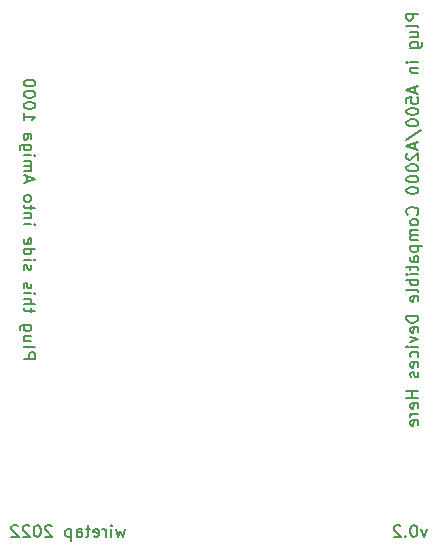
<source format=gbr>
%TF.GenerationSoftware,KiCad,Pcbnew,(5.1.6)-1*%
%TF.CreationDate,2022-02-09T07:41:59-05:00*%
%TF.ProjectId,A1000_Parallel,41313030-305f-4506-9172-616c6c656c2e,rev?*%
%TF.SameCoordinates,Original*%
%TF.FileFunction,Legend,Bot*%
%TF.FilePolarity,Positive*%
%FSLAX46Y46*%
G04 Gerber Fmt 4.6, Leading zero omitted, Abs format (unit mm)*
G04 Created by KiCad (PCBNEW (5.1.6)-1) date 2022-02-09 07:41:59*
%MOMM*%
%LPD*%
G01*
G04 APERTURE LIST*
%ADD10C,0.150000*%
G04 APERTURE END LIST*
D10*
X141636571Y-122213714D02*
X141398476Y-122880380D01*
X141160380Y-122213714D01*
X140588952Y-121880380D02*
X140493714Y-121880380D01*
X140398476Y-121928000D01*
X140350857Y-121975619D01*
X140303238Y-122070857D01*
X140255619Y-122261333D01*
X140255619Y-122499428D01*
X140303238Y-122689904D01*
X140350857Y-122785142D01*
X140398476Y-122832761D01*
X140493714Y-122880380D01*
X140588952Y-122880380D01*
X140684190Y-122832761D01*
X140731809Y-122785142D01*
X140779428Y-122689904D01*
X140827047Y-122499428D01*
X140827047Y-122261333D01*
X140779428Y-122070857D01*
X140731809Y-121975619D01*
X140684190Y-121928000D01*
X140588952Y-121880380D01*
X139827047Y-122785142D02*
X139779428Y-122832761D01*
X139827047Y-122880380D01*
X139874666Y-122832761D01*
X139827047Y-122785142D01*
X139827047Y-122880380D01*
X139398476Y-121975619D02*
X139350857Y-121928000D01*
X139255619Y-121880380D01*
X139017523Y-121880380D01*
X138922285Y-121928000D01*
X138874666Y-121975619D01*
X138827047Y-122070857D01*
X138827047Y-122166095D01*
X138874666Y-122308952D01*
X139446095Y-122880380D01*
X138827047Y-122880380D01*
X116085333Y-122213714D02*
X115894857Y-122880380D01*
X115704380Y-122404190D01*
X115513904Y-122880380D01*
X115323428Y-122213714D01*
X114942476Y-122880380D02*
X114942476Y-122213714D01*
X114942476Y-121880380D02*
X114990095Y-121928000D01*
X114942476Y-121975619D01*
X114894857Y-121928000D01*
X114942476Y-121880380D01*
X114942476Y-121975619D01*
X114466285Y-122880380D02*
X114466285Y-122213714D01*
X114466285Y-122404190D02*
X114418666Y-122308952D01*
X114371047Y-122261333D01*
X114275809Y-122213714D01*
X114180571Y-122213714D01*
X113466285Y-122832761D02*
X113561523Y-122880380D01*
X113752000Y-122880380D01*
X113847238Y-122832761D01*
X113894857Y-122737523D01*
X113894857Y-122356571D01*
X113847238Y-122261333D01*
X113752000Y-122213714D01*
X113561523Y-122213714D01*
X113466285Y-122261333D01*
X113418666Y-122356571D01*
X113418666Y-122451809D01*
X113894857Y-122547047D01*
X113132952Y-122213714D02*
X112752000Y-122213714D01*
X112990095Y-121880380D02*
X112990095Y-122737523D01*
X112942476Y-122832761D01*
X112847238Y-122880380D01*
X112752000Y-122880380D01*
X111990095Y-122880380D02*
X111990095Y-122356571D01*
X112037714Y-122261333D01*
X112132952Y-122213714D01*
X112323428Y-122213714D01*
X112418666Y-122261333D01*
X111990095Y-122832761D02*
X112085333Y-122880380D01*
X112323428Y-122880380D01*
X112418666Y-122832761D01*
X112466285Y-122737523D01*
X112466285Y-122642285D01*
X112418666Y-122547047D01*
X112323428Y-122499428D01*
X112085333Y-122499428D01*
X111990095Y-122451809D01*
X111513904Y-122213714D02*
X111513904Y-123213714D01*
X111513904Y-122261333D02*
X111418666Y-122213714D01*
X111228190Y-122213714D01*
X111132952Y-122261333D01*
X111085333Y-122308952D01*
X111037714Y-122404190D01*
X111037714Y-122689904D01*
X111085333Y-122785142D01*
X111132952Y-122832761D01*
X111228190Y-122880380D01*
X111418666Y-122880380D01*
X111513904Y-122832761D01*
X109894857Y-121975619D02*
X109847238Y-121928000D01*
X109752000Y-121880380D01*
X109513904Y-121880380D01*
X109418666Y-121928000D01*
X109371047Y-121975619D01*
X109323428Y-122070857D01*
X109323428Y-122166095D01*
X109371047Y-122308952D01*
X109942476Y-122880380D01*
X109323428Y-122880380D01*
X108704380Y-121880380D02*
X108609142Y-121880380D01*
X108513904Y-121928000D01*
X108466285Y-121975619D01*
X108418666Y-122070857D01*
X108371047Y-122261333D01*
X108371047Y-122499428D01*
X108418666Y-122689904D01*
X108466285Y-122785142D01*
X108513904Y-122832761D01*
X108609142Y-122880380D01*
X108704380Y-122880380D01*
X108799619Y-122832761D01*
X108847238Y-122785142D01*
X108894857Y-122689904D01*
X108942476Y-122499428D01*
X108942476Y-122261333D01*
X108894857Y-122070857D01*
X108847238Y-121975619D01*
X108799619Y-121928000D01*
X108704380Y-121880380D01*
X107990095Y-121975619D02*
X107942476Y-121928000D01*
X107847238Y-121880380D01*
X107609142Y-121880380D01*
X107513904Y-121928000D01*
X107466285Y-121975619D01*
X107418666Y-122070857D01*
X107418666Y-122166095D01*
X107466285Y-122308952D01*
X108037714Y-122880380D01*
X107418666Y-122880380D01*
X107037714Y-121975619D02*
X106990095Y-121928000D01*
X106894857Y-121880380D01*
X106656761Y-121880380D01*
X106561523Y-121928000D01*
X106513904Y-121975619D01*
X106466285Y-122070857D01*
X106466285Y-122166095D01*
X106513904Y-122308952D01*
X107085333Y-122880380D01*
X106466285Y-122880380D01*
X140914380Y-78583428D02*
X139914380Y-78583428D01*
X139914380Y-78964380D01*
X139962000Y-79059619D01*
X140009619Y-79107238D01*
X140104857Y-79154857D01*
X140247714Y-79154857D01*
X140342952Y-79107238D01*
X140390571Y-79059619D01*
X140438190Y-78964380D01*
X140438190Y-78583428D01*
X140914380Y-79726285D02*
X140866761Y-79631047D01*
X140771523Y-79583428D01*
X139914380Y-79583428D01*
X140247714Y-80535809D02*
X140914380Y-80535809D01*
X140247714Y-80107238D02*
X140771523Y-80107238D01*
X140866761Y-80154857D01*
X140914380Y-80250095D01*
X140914380Y-80392952D01*
X140866761Y-80488190D01*
X140819142Y-80535809D01*
X140247714Y-81440571D02*
X141057238Y-81440571D01*
X141152476Y-81392952D01*
X141200095Y-81345333D01*
X141247714Y-81250095D01*
X141247714Y-81107238D01*
X141200095Y-81012000D01*
X140866761Y-81440571D02*
X140914380Y-81345333D01*
X140914380Y-81154857D01*
X140866761Y-81059619D01*
X140819142Y-81012000D01*
X140723904Y-80964380D01*
X140438190Y-80964380D01*
X140342952Y-81012000D01*
X140295333Y-81059619D01*
X140247714Y-81154857D01*
X140247714Y-81345333D01*
X140295333Y-81440571D01*
X140914380Y-82678666D02*
X140247714Y-82678666D01*
X139914380Y-82678666D02*
X139962000Y-82631047D01*
X140009619Y-82678666D01*
X139962000Y-82726285D01*
X139914380Y-82678666D01*
X140009619Y-82678666D01*
X140247714Y-83154857D02*
X140914380Y-83154857D01*
X140342952Y-83154857D02*
X140295333Y-83202476D01*
X140247714Y-83297714D01*
X140247714Y-83440571D01*
X140295333Y-83535809D01*
X140390571Y-83583428D01*
X140914380Y-83583428D01*
X140628666Y-84773904D02*
X140628666Y-85250095D01*
X140914380Y-84678666D02*
X139914380Y-85012000D01*
X140914380Y-85345333D01*
X139914380Y-86154857D02*
X139914380Y-85678666D01*
X140390571Y-85631047D01*
X140342952Y-85678666D01*
X140295333Y-85773904D01*
X140295333Y-86012000D01*
X140342952Y-86107238D01*
X140390571Y-86154857D01*
X140485809Y-86202476D01*
X140723904Y-86202476D01*
X140819142Y-86154857D01*
X140866761Y-86107238D01*
X140914380Y-86012000D01*
X140914380Y-85773904D01*
X140866761Y-85678666D01*
X140819142Y-85631047D01*
X139914380Y-86821523D02*
X139914380Y-86916761D01*
X139962000Y-87012000D01*
X140009619Y-87059619D01*
X140104857Y-87107238D01*
X140295333Y-87154857D01*
X140533428Y-87154857D01*
X140723904Y-87107238D01*
X140819142Y-87059619D01*
X140866761Y-87012000D01*
X140914380Y-86916761D01*
X140914380Y-86821523D01*
X140866761Y-86726285D01*
X140819142Y-86678666D01*
X140723904Y-86631047D01*
X140533428Y-86583428D01*
X140295333Y-86583428D01*
X140104857Y-86631047D01*
X140009619Y-86678666D01*
X139962000Y-86726285D01*
X139914380Y-86821523D01*
X139914380Y-87773904D02*
X139914380Y-87869142D01*
X139962000Y-87964380D01*
X140009619Y-88012000D01*
X140104857Y-88059619D01*
X140295333Y-88107238D01*
X140533428Y-88107238D01*
X140723904Y-88059619D01*
X140819142Y-88012000D01*
X140866761Y-87964380D01*
X140914380Y-87869142D01*
X140914380Y-87773904D01*
X140866761Y-87678666D01*
X140819142Y-87631047D01*
X140723904Y-87583428D01*
X140533428Y-87535809D01*
X140295333Y-87535809D01*
X140104857Y-87583428D01*
X140009619Y-87631047D01*
X139962000Y-87678666D01*
X139914380Y-87773904D01*
X139866761Y-89250095D02*
X141152476Y-88392952D01*
X140628666Y-89535809D02*
X140628666Y-90012000D01*
X140914380Y-89440571D02*
X139914380Y-89773904D01*
X140914380Y-90107238D01*
X140009619Y-90392952D02*
X139962000Y-90440571D01*
X139914380Y-90535809D01*
X139914380Y-90773904D01*
X139962000Y-90869142D01*
X140009619Y-90916761D01*
X140104857Y-90964380D01*
X140200095Y-90964380D01*
X140342952Y-90916761D01*
X140914380Y-90345333D01*
X140914380Y-90964380D01*
X139914380Y-91583428D02*
X139914380Y-91678666D01*
X139962000Y-91773904D01*
X140009619Y-91821523D01*
X140104857Y-91869142D01*
X140295333Y-91916761D01*
X140533428Y-91916761D01*
X140723904Y-91869142D01*
X140819142Y-91821523D01*
X140866761Y-91773904D01*
X140914380Y-91678666D01*
X140914380Y-91583428D01*
X140866761Y-91488190D01*
X140819142Y-91440571D01*
X140723904Y-91392952D01*
X140533428Y-91345333D01*
X140295333Y-91345333D01*
X140104857Y-91392952D01*
X140009619Y-91440571D01*
X139962000Y-91488190D01*
X139914380Y-91583428D01*
X139914380Y-92535809D02*
X139914380Y-92631047D01*
X139962000Y-92726285D01*
X140009619Y-92773904D01*
X140104857Y-92821523D01*
X140295333Y-92869142D01*
X140533428Y-92869142D01*
X140723904Y-92821523D01*
X140819142Y-92773904D01*
X140866761Y-92726285D01*
X140914380Y-92631047D01*
X140914380Y-92535809D01*
X140866761Y-92440571D01*
X140819142Y-92392952D01*
X140723904Y-92345333D01*
X140533428Y-92297714D01*
X140295333Y-92297714D01*
X140104857Y-92345333D01*
X140009619Y-92392952D01*
X139962000Y-92440571D01*
X139914380Y-92535809D01*
X139914380Y-93488190D02*
X139914380Y-93583428D01*
X139962000Y-93678666D01*
X140009619Y-93726285D01*
X140104857Y-93773904D01*
X140295333Y-93821523D01*
X140533428Y-93821523D01*
X140723904Y-93773904D01*
X140819142Y-93726285D01*
X140866761Y-93678666D01*
X140914380Y-93583428D01*
X140914380Y-93488190D01*
X140866761Y-93392952D01*
X140819142Y-93345333D01*
X140723904Y-93297714D01*
X140533428Y-93250095D01*
X140295333Y-93250095D01*
X140104857Y-93297714D01*
X140009619Y-93345333D01*
X139962000Y-93392952D01*
X139914380Y-93488190D01*
X140819142Y-95583428D02*
X140866761Y-95535809D01*
X140914380Y-95392952D01*
X140914380Y-95297714D01*
X140866761Y-95154857D01*
X140771523Y-95059619D01*
X140676285Y-95012000D01*
X140485809Y-94964380D01*
X140342952Y-94964380D01*
X140152476Y-95012000D01*
X140057238Y-95059619D01*
X139962000Y-95154857D01*
X139914380Y-95297714D01*
X139914380Y-95392952D01*
X139962000Y-95535809D01*
X140009619Y-95583428D01*
X140914380Y-96154857D02*
X140866761Y-96059619D01*
X140819142Y-96012000D01*
X140723904Y-95964380D01*
X140438190Y-95964380D01*
X140342952Y-96012000D01*
X140295333Y-96059619D01*
X140247714Y-96154857D01*
X140247714Y-96297714D01*
X140295333Y-96392952D01*
X140342952Y-96440571D01*
X140438190Y-96488190D01*
X140723904Y-96488190D01*
X140819142Y-96440571D01*
X140866761Y-96392952D01*
X140914380Y-96297714D01*
X140914380Y-96154857D01*
X140914380Y-96916761D02*
X140247714Y-96916761D01*
X140342952Y-96916761D02*
X140295333Y-96964380D01*
X140247714Y-97059619D01*
X140247714Y-97202476D01*
X140295333Y-97297714D01*
X140390571Y-97345333D01*
X140914380Y-97345333D01*
X140390571Y-97345333D02*
X140295333Y-97392952D01*
X140247714Y-97488190D01*
X140247714Y-97631047D01*
X140295333Y-97726285D01*
X140390571Y-97773904D01*
X140914380Y-97773904D01*
X140247714Y-98250095D02*
X141247714Y-98250095D01*
X140295333Y-98250095D02*
X140247714Y-98345333D01*
X140247714Y-98535809D01*
X140295333Y-98631047D01*
X140342952Y-98678666D01*
X140438190Y-98726285D01*
X140723904Y-98726285D01*
X140819142Y-98678666D01*
X140866761Y-98631047D01*
X140914380Y-98535809D01*
X140914380Y-98345333D01*
X140866761Y-98250095D01*
X140914380Y-99583428D02*
X140390571Y-99583428D01*
X140295333Y-99535809D01*
X140247714Y-99440571D01*
X140247714Y-99250095D01*
X140295333Y-99154857D01*
X140866761Y-99583428D02*
X140914380Y-99488190D01*
X140914380Y-99250095D01*
X140866761Y-99154857D01*
X140771523Y-99107238D01*
X140676285Y-99107238D01*
X140581047Y-99154857D01*
X140533428Y-99250095D01*
X140533428Y-99488190D01*
X140485809Y-99583428D01*
X140247714Y-99916761D02*
X140247714Y-100297714D01*
X139914380Y-100059619D02*
X140771523Y-100059619D01*
X140866761Y-100107238D01*
X140914380Y-100202476D01*
X140914380Y-100297714D01*
X140914380Y-100631047D02*
X140247714Y-100631047D01*
X139914380Y-100631047D02*
X139962000Y-100583428D01*
X140009619Y-100631047D01*
X139962000Y-100678666D01*
X139914380Y-100631047D01*
X140009619Y-100631047D01*
X140914380Y-101107238D02*
X139914380Y-101107238D01*
X140295333Y-101107238D02*
X140247714Y-101202476D01*
X140247714Y-101392952D01*
X140295333Y-101488190D01*
X140342952Y-101535809D01*
X140438190Y-101583428D01*
X140723904Y-101583428D01*
X140819142Y-101535809D01*
X140866761Y-101488190D01*
X140914380Y-101392952D01*
X140914380Y-101202476D01*
X140866761Y-101107238D01*
X140914380Y-102154857D02*
X140866761Y-102059619D01*
X140771523Y-102012000D01*
X139914380Y-102012000D01*
X140866761Y-102916761D02*
X140914380Y-102821523D01*
X140914380Y-102631047D01*
X140866761Y-102535809D01*
X140771523Y-102488190D01*
X140390571Y-102488190D01*
X140295333Y-102535809D01*
X140247714Y-102631047D01*
X140247714Y-102821523D01*
X140295333Y-102916761D01*
X140390571Y-102964380D01*
X140485809Y-102964380D01*
X140581047Y-102488190D01*
X140914380Y-104154857D02*
X139914380Y-104154857D01*
X139914380Y-104392952D01*
X139962000Y-104535809D01*
X140057238Y-104631047D01*
X140152476Y-104678666D01*
X140342952Y-104726285D01*
X140485809Y-104726285D01*
X140676285Y-104678666D01*
X140771523Y-104631047D01*
X140866761Y-104535809D01*
X140914380Y-104392952D01*
X140914380Y-104154857D01*
X140866761Y-105535809D02*
X140914380Y-105440571D01*
X140914380Y-105250095D01*
X140866761Y-105154857D01*
X140771523Y-105107238D01*
X140390571Y-105107238D01*
X140295333Y-105154857D01*
X140247714Y-105250095D01*
X140247714Y-105440571D01*
X140295333Y-105535809D01*
X140390571Y-105583428D01*
X140485809Y-105583428D01*
X140581047Y-105107238D01*
X140247714Y-105916761D02*
X140914380Y-106154857D01*
X140247714Y-106392952D01*
X140914380Y-106773904D02*
X140247714Y-106773904D01*
X139914380Y-106773904D02*
X139962000Y-106726285D01*
X140009619Y-106773904D01*
X139962000Y-106821523D01*
X139914380Y-106773904D01*
X140009619Y-106773904D01*
X140866761Y-107678666D02*
X140914380Y-107583428D01*
X140914380Y-107392952D01*
X140866761Y-107297714D01*
X140819142Y-107250095D01*
X140723904Y-107202476D01*
X140438190Y-107202476D01*
X140342952Y-107250095D01*
X140295333Y-107297714D01*
X140247714Y-107392952D01*
X140247714Y-107583428D01*
X140295333Y-107678666D01*
X140866761Y-108488190D02*
X140914380Y-108392952D01*
X140914380Y-108202476D01*
X140866761Y-108107238D01*
X140771523Y-108059619D01*
X140390571Y-108059619D01*
X140295333Y-108107238D01*
X140247714Y-108202476D01*
X140247714Y-108392952D01*
X140295333Y-108488190D01*
X140390571Y-108535809D01*
X140485809Y-108535809D01*
X140581047Y-108059619D01*
X140866761Y-108916761D02*
X140914380Y-109011999D01*
X140914380Y-109202476D01*
X140866761Y-109297714D01*
X140771523Y-109345333D01*
X140723904Y-109345333D01*
X140628666Y-109297714D01*
X140581047Y-109202476D01*
X140581047Y-109059619D01*
X140533428Y-108964380D01*
X140438190Y-108916761D01*
X140390571Y-108916761D01*
X140295333Y-108964380D01*
X140247714Y-109059619D01*
X140247714Y-109202476D01*
X140295333Y-109297714D01*
X140914380Y-110535809D02*
X139914380Y-110535809D01*
X140390571Y-110535809D02*
X140390571Y-111107238D01*
X140914380Y-111107238D02*
X139914380Y-111107238D01*
X140866761Y-111964380D02*
X140914380Y-111869142D01*
X140914380Y-111678666D01*
X140866761Y-111583428D01*
X140771523Y-111535809D01*
X140390571Y-111535809D01*
X140295333Y-111583428D01*
X140247714Y-111678666D01*
X140247714Y-111869142D01*
X140295333Y-111964380D01*
X140390571Y-112011999D01*
X140485809Y-112011999D01*
X140581047Y-111535809D01*
X140914380Y-112440571D02*
X140247714Y-112440571D01*
X140438190Y-112440571D02*
X140342952Y-112488190D01*
X140295333Y-112535809D01*
X140247714Y-112631047D01*
X140247714Y-112726285D01*
X140866761Y-113440571D02*
X140914380Y-113345333D01*
X140914380Y-113154857D01*
X140866761Y-113059619D01*
X140771523Y-113011999D01*
X140390571Y-113011999D01*
X140295333Y-113059619D01*
X140247714Y-113154857D01*
X140247714Y-113345333D01*
X140295333Y-113440571D01*
X140390571Y-113488190D01*
X140485809Y-113488190D01*
X140581047Y-113011999D01*
X107497619Y-107821523D02*
X108497619Y-107821523D01*
X108497619Y-107440571D01*
X108450000Y-107345333D01*
X108402380Y-107297714D01*
X108307142Y-107250095D01*
X108164285Y-107250095D01*
X108069047Y-107297714D01*
X108021428Y-107345333D01*
X107973809Y-107440571D01*
X107973809Y-107821523D01*
X107497619Y-106678666D02*
X107545238Y-106773904D01*
X107640476Y-106821523D01*
X108497619Y-106821523D01*
X108164285Y-105869142D02*
X107497619Y-105869142D01*
X108164285Y-106297714D02*
X107640476Y-106297714D01*
X107545238Y-106250095D01*
X107497619Y-106154857D01*
X107497619Y-106012000D01*
X107545238Y-105916761D01*
X107592857Y-105869142D01*
X108164285Y-104964380D02*
X107354761Y-104964380D01*
X107259523Y-105012000D01*
X107211904Y-105059619D01*
X107164285Y-105154857D01*
X107164285Y-105297714D01*
X107211904Y-105392952D01*
X107545238Y-104964380D02*
X107497619Y-105059619D01*
X107497619Y-105250095D01*
X107545238Y-105345333D01*
X107592857Y-105392952D01*
X107688095Y-105440571D01*
X107973809Y-105440571D01*
X108069047Y-105392952D01*
X108116666Y-105345333D01*
X108164285Y-105250095D01*
X108164285Y-105059619D01*
X108116666Y-104964380D01*
X108164285Y-103869142D02*
X108164285Y-103488190D01*
X108497619Y-103726285D02*
X107640476Y-103726285D01*
X107545238Y-103678666D01*
X107497619Y-103583428D01*
X107497619Y-103488190D01*
X107497619Y-103154857D02*
X108497619Y-103154857D01*
X107497619Y-102726285D02*
X108021428Y-102726285D01*
X108116666Y-102773904D01*
X108164285Y-102869142D01*
X108164285Y-103012000D01*
X108116666Y-103107238D01*
X108069047Y-103154857D01*
X107497619Y-102250095D02*
X108164285Y-102250095D01*
X108497619Y-102250095D02*
X108450000Y-102297714D01*
X108402380Y-102250095D01*
X108450000Y-102202476D01*
X108497619Y-102250095D01*
X108402380Y-102250095D01*
X107545238Y-101821523D02*
X107497619Y-101726285D01*
X107497619Y-101535809D01*
X107545238Y-101440571D01*
X107640476Y-101392952D01*
X107688095Y-101392952D01*
X107783333Y-101440571D01*
X107830952Y-101535809D01*
X107830952Y-101678666D01*
X107878571Y-101773904D01*
X107973809Y-101821523D01*
X108021428Y-101821523D01*
X108116666Y-101773904D01*
X108164285Y-101678666D01*
X108164285Y-101535809D01*
X108116666Y-101440571D01*
X107545238Y-100250095D02*
X107497619Y-100154857D01*
X107497619Y-99964380D01*
X107545238Y-99869142D01*
X107640476Y-99821523D01*
X107688095Y-99821523D01*
X107783333Y-99869142D01*
X107830952Y-99964380D01*
X107830952Y-100107238D01*
X107878571Y-100202476D01*
X107973809Y-100250095D01*
X108021428Y-100250095D01*
X108116666Y-100202476D01*
X108164285Y-100107238D01*
X108164285Y-99964380D01*
X108116666Y-99869142D01*
X107497619Y-99392952D02*
X108164285Y-99392952D01*
X108497619Y-99392952D02*
X108450000Y-99440571D01*
X108402380Y-99392952D01*
X108450000Y-99345333D01*
X108497619Y-99392952D01*
X108402380Y-99392952D01*
X107497619Y-98488190D02*
X108497619Y-98488190D01*
X107545238Y-98488190D02*
X107497619Y-98583428D01*
X107497619Y-98773904D01*
X107545238Y-98869142D01*
X107592857Y-98916761D01*
X107688095Y-98964380D01*
X107973809Y-98964380D01*
X108069047Y-98916761D01*
X108116666Y-98869142D01*
X108164285Y-98773904D01*
X108164285Y-98583428D01*
X108116666Y-98488190D01*
X107545238Y-97631047D02*
X107497619Y-97726285D01*
X107497619Y-97916761D01*
X107545238Y-98012000D01*
X107640476Y-98059619D01*
X108021428Y-98059619D01*
X108116666Y-98012000D01*
X108164285Y-97916761D01*
X108164285Y-97726285D01*
X108116666Y-97631047D01*
X108021428Y-97583428D01*
X107926190Y-97583428D01*
X107830952Y-98059619D01*
X107497619Y-96392952D02*
X108164285Y-96392952D01*
X108497619Y-96392952D02*
X108450000Y-96440571D01*
X108402380Y-96392952D01*
X108450000Y-96345333D01*
X108497619Y-96392952D01*
X108402380Y-96392952D01*
X108164285Y-95916761D02*
X107497619Y-95916761D01*
X108069047Y-95916761D02*
X108116666Y-95869142D01*
X108164285Y-95773904D01*
X108164285Y-95631047D01*
X108116666Y-95535809D01*
X108021428Y-95488190D01*
X107497619Y-95488190D01*
X108164285Y-95154857D02*
X108164285Y-94773904D01*
X108497619Y-95012000D02*
X107640476Y-95012000D01*
X107545238Y-94964380D01*
X107497619Y-94869142D01*
X107497619Y-94773904D01*
X107497619Y-94297714D02*
X107545238Y-94392952D01*
X107592857Y-94440571D01*
X107688095Y-94488190D01*
X107973809Y-94488190D01*
X108069047Y-94440571D01*
X108116666Y-94392952D01*
X108164285Y-94297714D01*
X108164285Y-94154857D01*
X108116666Y-94059619D01*
X108069047Y-94012000D01*
X107973809Y-93964380D01*
X107688095Y-93964380D01*
X107592857Y-94012000D01*
X107545238Y-94059619D01*
X107497619Y-94154857D01*
X107497619Y-94297714D01*
X107783333Y-92821523D02*
X107783333Y-92345333D01*
X107497619Y-92916761D02*
X108497619Y-92583428D01*
X107497619Y-92250095D01*
X107497619Y-91916761D02*
X108164285Y-91916761D01*
X108069047Y-91916761D02*
X108116666Y-91869142D01*
X108164285Y-91773904D01*
X108164285Y-91631047D01*
X108116666Y-91535809D01*
X108021428Y-91488190D01*
X107497619Y-91488190D01*
X108021428Y-91488190D02*
X108116666Y-91440571D01*
X108164285Y-91345333D01*
X108164285Y-91202476D01*
X108116666Y-91107238D01*
X108021428Y-91059619D01*
X107497619Y-91059619D01*
X107497619Y-90583428D02*
X108164285Y-90583428D01*
X108497619Y-90583428D02*
X108450000Y-90631047D01*
X108402380Y-90583428D01*
X108450000Y-90535809D01*
X108497619Y-90583428D01*
X108402380Y-90583428D01*
X108164285Y-89678666D02*
X107354761Y-89678666D01*
X107259523Y-89726285D01*
X107211904Y-89773904D01*
X107164285Y-89869142D01*
X107164285Y-90012000D01*
X107211904Y-90107238D01*
X107545238Y-89678666D02*
X107497619Y-89773904D01*
X107497619Y-89964380D01*
X107545238Y-90059619D01*
X107592857Y-90107238D01*
X107688095Y-90154857D01*
X107973809Y-90154857D01*
X108069047Y-90107238D01*
X108116666Y-90059619D01*
X108164285Y-89964380D01*
X108164285Y-89773904D01*
X108116666Y-89678666D01*
X107497619Y-88773904D02*
X108021428Y-88773904D01*
X108116666Y-88821523D01*
X108164285Y-88916761D01*
X108164285Y-89107238D01*
X108116666Y-89202476D01*
X107545238Y-88773904D02*
X107497619Y-88869142D01*
X107497619Y-89107238D01*
X107545238Y-89202476D01*
X107640476Y-89250095D01*
X107735714Y-89250095D01*
X107830952Y-89202476D01*
X107878571Y-89107238D01*
X107878571Y-88869142D01*
X107926190Y-88773904D01*
X107497619Y-87012000D02*
X107497619Y-87583428D01*
X107497619Y-87297714D02*
X108497619Y-87297714D01*
X108354761Y-87392952D01*
X108259523Y-87488190D01*
X108211904Y-87583428D01*
X108497619Y-86392952D02*
X108497619Y-86297714D01*
X108450000Y-86202476D01*
X108402380Y-86154857D01*
X108307142Y-86107238D01*
X108116666Y-86059619D01*
X107878571Y-86059619D01*
X107688095Y-86107238D01*
X107592857Y-86154857D01*
X107545238Y-86202476D01*
X107497619Y-86297714D01*
X107497619Y-86392952D01*
X107545238Y-86488190D01*
X107592857Y-86535809D01*
X107688095Y-86583428D01*
X107878571Y-86631047D01*
X108116666Y-86631047D01*
X108307142Y-86583428D01*
X108402380Y-86535809D01*
X108450000Y-86488190D01*
X108497619Y-86392952D01*
X108497619Y-85440571D02*
X108497619Y-85345333D01*
X108450000Y-85250095D01*
X108402380Y-85202476D01*
X108307142Y-85154857D01*
X108116666Y-85107238D01*
X107878571Y-85107238D01*
X107688095Y-85154857D01*
X107592857Y-85202476D01*
X107545238Y-85250095D01*
X107497619Y-85345333D01*
X107497619Y-85440571D01*
X107545238Y-85535809D01*
X107592857Y-85583428D01*
X107688095Y-85631047D01*
X107878571Y-85678666D01*
X108116666Y-85678666D01*
X108307142Y-85631047D01*
X108402380Y-85583428D01*
X108450000Y-85535809D01*
X108497619Y-85440571D01*
X108497619Y-84488190D02*
X108497619Y-84392952D01*
X108450000Y-84297714D01*
X108402380Y-84250095D01*
X108307142Y-84202476D01*
X108116666Y-84154857D01*
X107878571Y-84154857D01*
X107688095Y-84202476D01*
X107592857Y-84250095D01*
X107545238Y-84297714D01*
X107497619Y-84392952D01*
X107497619Y-84488190D01*
X107545238Y-84583428D01*
X107592857Y-84631047D01*
X107688095Y-84678666D01*
X107878571Y-84726285D01*
X108116666Y-84726285D01*
X108307142Y-84678666D01*
X108402380Y-84631047D01*
X108450000Y-84583428D01*
X108497619Y-84488190D01*
M02*

</source>
